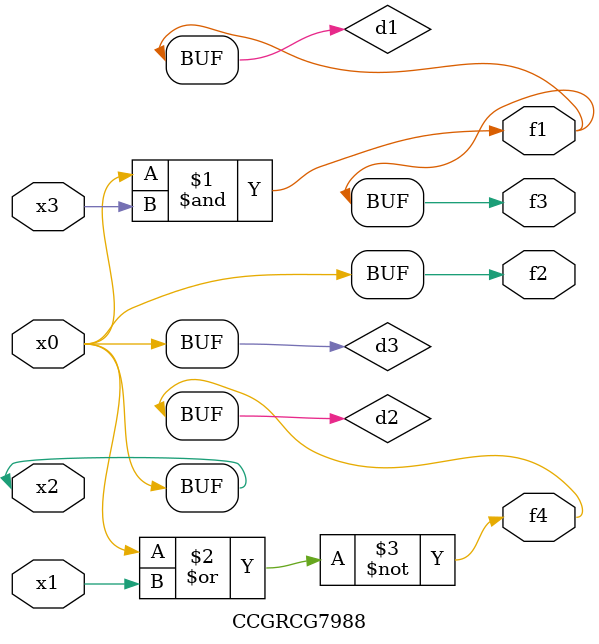
<source format=v>
module CCGRCG7988(
	input x0, x1, x2, x3,
	output f1, f2, f3, f4
);

	wire d1, d2, d3;

	and (d1, x2, x3);
	nor (d2, x0, x1);
	buf (d3, x0, x2);
	assign f1 = d1;
	assign f2 = d3;
	assign f3 = d1;
	assign f4 = d2;
endmodule

</source>
